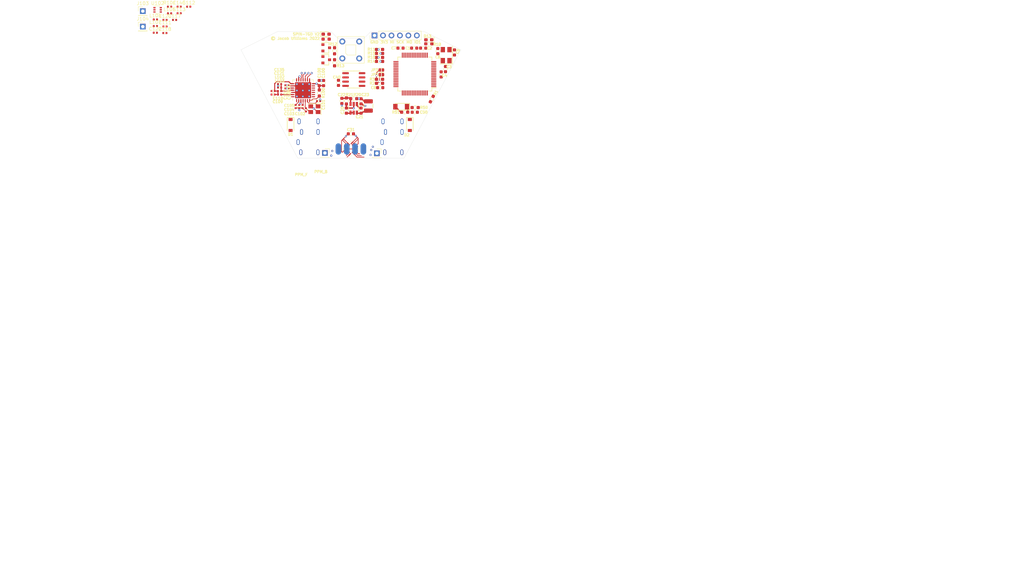
<source format=kicad_pcb>
(kicad_pcb (version 20211014) (generator pcbnew)
  (layers (0 "F.Cu" signal) (1 "In1.Cu" signal) (2 "In2.Cu" signal) (31 "B.Cu" signal) (35 "F.Paste" user) (36 "B.SilkS" user "B.Silkscreen") (37 "F.SilkS" user "F.Silkscreen") (38 "B.Mask" user) (39 "F.Mask" user) (44 "Edge.Cuts" user))
  (net 0 "")
  (net 1 "GND")
  (net 2 "+3V3")
  (net 3 "Net-(C4-Pad2)")
  (net 4 "Net-(C5-Pad2)")
  (net 5 "Net-(C6-Pad2)")
  (net 6 "VDD")
  (net 7 "Net-(C21-Pad2)")
  (net 8 "Net-(C21-Pad1)")
  (net 9 "Net-(C22-Pad2)")
  (net 10 "Net-(C101-Pad2)")
  (net 11 "Net-(C102-Pad2)")
  (net 12 "Net-(C103-Pad1)")
  (net 13 "Net-(C105-Pad1)")
  (net 14 "Net-(C109-Pad2)")
  (net 15 "/sx1276/Antenna")
  (net 16 "Net-(C7-Pad1)")
  (net 17 "Net-(Q11-Pad3)")
  (net 18 "Net-(Q11-Pad1)")
  (net 19 "Net-(Q12-Pad3)")
  (net 20 "Net-(Q12-Pad1)")
  (net 21 "Net-(R1-Pad2)")
  (net 22 "P_MISO")
  (net 23 "P_MOSI")
  (net 24 "/sx1276/RST")
  (net 25 "P_SCK")
  (net 26 "Net-(C8-Pad1)")
  (net 27 "RFO_HF")
  (net 28 "Net-(C111-Pad1)")
  (net 29 "RF1")
  (net 30 "RF2")
  (net 31 "Net-(C120-Pad1)")
  (net 34 "/sx1276/DIO5")
  (net 35 "/sx1276/DIO4")
  (net 36 "/sx1276/DIO3")
  (net 37 "VR_PA")
  (net 38 "SWD_DIO")
  (net 39 "SWD_CLK")
  (net 40 "SNS_VIN")
  (net 41 "Net-(C122-Pad2)")
  (net 42 "Net-(D1-Pad2)")
  (net 43 "Net-(D2-Pad2)")
  (net 44 "Net-(D10-Pad3)")
  (net 45 "Net-(D10-Pad4)")
  (net 46 "Net-(D12-Pad2)")
  (net 47 "/sx1276/DIO2")
  (net 51 "Net-(J2-Pad2)")
  (net 52 "Net-(J2-Pad3)")
  (net 56 "PPM_F")
  (net 57 "PPM_B")
  (net 58 "INT_L")
  (net 59 "CS_M")
  (net 60 "CS_A")
  (net 61 "CS_L")
  (net 62 "USB_RX")
  (net 63 "USB_TX")
  (net 64 "PA_BOOST")
  (net 65 "RFI_HF")
  (net 66 "USB_DP")
  (net 67 "USB_DM")
  (net 68 "LED_BLUE")
  (net 69 "LED_RED")
  (net 70 "RF_MOD")
  (net 99 "/sx1276/DIO1")
  (net 101 "Net-(C117-Pad1)")
  (net 102 "Net-(R18-Pad2)")
  (net 103 "LED_MISC")
  (net 107 "GPIO1")
  (footprint "Capacitor_SMD:C_0603_1608Metric" (layer "F.Cu") (at 19.1875 24.2625)
    (fp_text reference "C50")
    (fp_text value "100nF" hide)
  )
  (footprint "Capacitor_SMD:C_0603_1608Metric" (layer "F.Cu") (at -1.35 23.78 90)
    (fp_text reference "C20")
    (fp_text value "2.2uF" hide)
  )
  (footprint "Capacitor_SMD:C_0603_1608Metric" (layer "F.Cu") (at 3.05 23.78 -90)
    (fp_text reference "C21")
    (fp_text value "100nF" hide)
  )
  (footprint "Capacitor_SMD:C_0603_1608Metric" (layer "F.Cu") (at -2.7125 20.8675 90)
    (fp_text reference "C22")
    (fp_text value "22pF" hide)
  )
  (footprint "Capacitor_SMD:C_0603_1608Metric" (layer "F.Cu") (at 3.05 20.98 -90)
    (fp_text reference "C23")
    (fp_text value "22uF" hide)
  )
  (footprint "Capacitor_SMD:C_0402_1005Metric" (layer "F.Cu") (at -9.694 20.908 180)
    (fp_text reference "C101")
    (fp_text value "15pF" hide)
  )
  (footprint "Capacitor_SMD:C_0402_1005Metric" (layer "F.Cu") (at -13.494 23.552 90)
    (fp_text reference "C102")
    (fp_text value "15pF" hide)
  )
  (footprint "Capacitor_SMD:C_0402_1005Metric" (layer "F.Cu") (at -14.4895 22.559 -90)
    (fp_text reference "C103")
    (fp_text value "100nF" hide)
  )
  (footprint "Capacitor_SMD:C_0402_1005Metric" (layer "F.Cu") (at -15.5055 22.559 -90)
    (fp_text reference "C104")
    (fp_text value "100nF" hide)
  )
  (footprint "Capacitor_SMD:C_0402_1005Metric" (layer "F.Cu") (at -16.585 22.559 -90)
    (fp_text reference "C105")
    (fp_text value "100nF" hide)
  )
  (footprint "Capacitor_SMD:C_0402_1005Metric" (layer "F.Cu") (at -18.7 16.65 90)
    (fp_text reference "C106")
    (fp_text value "47pF" hide)
  )
  (footprint "Capacitor_SMD:C_0402_1005Metric" (layer "F.Cu") (at -19.64 16.64 90)
    (fp_text reference "C107")
    (fp_text value "100nF" hide)
  )
  (footprint "Inductor_SMD:L_1210_3225Metric" (layer "F.Cu") (at 5.2565 22.376 90)
    (fp_text reference "L20" hide)
    (fp_text value "4.7uH" hide)
  )
  (footprint "Package_TO_SOT_SMD:SOT-23" (layer "F.Cu") (at -7.4 4.9)
    (fp_text reference "Q11" hide)
    (fp_text value "AO3401A" hide)
  )
  (footprint "Package_TO_SOT_SMD:SOT-23" (layer "F.Cu") (at -7.4 8.5)
    (fp_text reference "Q12" hide)
    (fp_text value "AO3401A" hide)
  )
  (footprint "Resistor_SMD:R_0603_1608Metric_Pad0.98x0.95mm_HandSolder" (layer "F.Cu") (at 19.3 22.8625 180)
    (fp_text reference "R50")
    (fp_text value "15K" hide)
  )
  (footprint "Resistor_SMD:R_0603_1608Metric_Pad0.98x0.95mm_HandSolder" (layer "F.Cu") (at 16.15 24.25 180)
    (fp_text reference "R51")
    (fp_text value "2K2" hide)
  )
  (footprint "Resistor_SMD:R_0603_1608Metric_Pad0.98x0.95mm_HandSolder" (layer "F.Cu") (at 8.6 7.8 180)
    (fp_text reference "R10")
    (fp_text value "1K" hide)
  )
  (footprint "Resistor_SMD:R_0603_1608Metric_Pad0.98x0.95mm_HandSolder" (layer "F.Cu") (at 8.6 5.4 180)
    (fp_text reference "R11")
    (fp_text value "1K" hide)
  )
  (footprint "Resistor_SMD:R_0603_1608Metric_Pad0.98x0.95mm_HandSolder" (layer "F.Cu") (at -4.9 5.8 -90)
    (fp_text reference "R12")
    (fp_text value "10R" hide)
  )
  (footprint "Resistor_SMD:R_0603_1608Metric_Pad0.98x0.95mm_HandSolder" (layer "F.Cu") (at -4.9 9.4 -90)
    (fp_text reference "R13")
    (fp_text value "22R" hide)
  )
  (footprint "Resistor_SMD:R_0603_1608Metric_Pad0.98x0.95mm_HandSolder" (layer "F.Cu") (at 0.85 20.18 180)
    (fp_text reference "R20")
    (fp_text value "10K" hide)
  )
  (footprint "Resistor_SMD:R_0603_1608Metric_Pad0.98x0.95mm_HandSolder" (layer "F.Cu") (at -1.35 20.88 -90)
    (fp_text reference "R21")
    (fp_text value "2K2" hide)
  )
  (footprint "Resistor_SMD:R_0603_1608Metric_Pad0.98x0.95mm_HandSolder" (layer "F.Cu") (at -9.473 18.495 -90)
    (fp_text reference "R100")
    (fp_text value "10K" hide)
  )
  (footprint "Package_TO_SOT_SMD:TSOT-23-6" (layer "F.Cu") (at 0.85 23.08 -90)
    (fp_text reference "U20" hide)
    (fp_text value "SY8253ADC" hide)
  )
  (footprint "lib_fp:TGD-TFLGA-16_3x3mm" (layer "F.Cu") (at 0 35.2 45)
    (fp_text reference "U30" hide)
    (fp_text value "H3LIS331DL" hide)
  )
  (footprint "lib_fp:TGD-QFN-28-1EP_6x6mm_P0.65mm_EP4.8x4.8mm" (layer "F.Cu") (at -14.35 17.65 90)
    (fp_text reference "U100")
    (fp_text value "SX1276" hide)
  )
  (footprint "Crystal:Crystal_SMD_3225-4Pin_3.2x2.5mm" (layer "F.Cu") (at -10.95 23.35 180)
    (fp_text reference "U101" hide)
    (fp_text value "Crystal_GND24" hide)
  )
  (footprint "lib_fp:R50RB2-F-0160" (layer "F.Cu") (at 0 5.5 -90)
    (fp_text reference "D10" hide)
    (fp_text value "R50RB2-F-0160" hide)
  )
  (footprint "Capacitor_SMD:C_0402_1005Metric" (layer "F.Cu") (at -55.84 0.47)
    (fp_text reference "C118")
    (fp_text value "47pF")
  )
  (footprint "Resistor_SMD:R_0603_1608Metric_Pad0.98x0.95mm_HandSolder" (layer "F.Cu") (at 24.3 20.3 -117)
    (fp_text reference "R1")
    (fp_text value "10K" hide)
  )
  (footprint "" (layer "F.Cu") (at 5 28)
    (fp_text reference "")
    (fp_text value "")
  )
  (footprint "Capacitor_SMD:C_0603_1608Metric" (layer "F.Cu") (at -9.5 15.5 90)
    (fp_text reference "C108")
    (fp_text value "100nF" hide)
  )
  (footprint "Crystal:Crystal_SMD_5032-4Pin_5.0x3.2mm" (layer "F.Cu") (at 28.6 7.1 90)
    (fp_text reference "U2" hide)
    (fp_text value "Crystal_GND24" hide)
  )
  (footprint "Capacitor_SMD:C_0402_1005Metric" (layer "F.Cu") (at -23.35 17.9 180)
    (fp_text reference "C110")
    (fp_text value "8.2pF" hide)
  )
  (footprint "Capacitor_SMD:C_0402_1005Metric" (layer "F.Cu") (at -52.93 -3.47)
    (fp_text reference "C117")
    (fp_text value "3.3pF")
  )
  (footprint "Capacitor_SMD:C_0603_1608Metric" (layer "F.Cu") (at 31.1 6.3 -90)
    (fp_text reference "C5")
    (fp_text value "15pF" hide)
  )
  (footprint "Resistor_SMD:R_0603_1608Metric_Pad0.98x0.95mm_HandSolder" (layer "F.Cu") (at -7.425 2.3)
    (fp_text reference "R17" hide)
    (fp_text value "1K" hide)
  )
  (footprint "Diode_SMD:D_SOD-123" (layer "F.Cu") (at 17.7 28.1 -90)
    (fp_text reference "D2")
    (fp_text value "B5819W" hide)
  )
  (footprint "Capacitor_SMD:C_0603_1608Metric" (layer "F.Cu") (at 28.4 11.3 -90)
    (fp_text reference "C3")
    (fp_text value "100nF" hide)
  )
  (footprint "Capacitor_SMD:C_0603_1608Metric" (layer "F.Cu") (at 26.1 5.9 90)
    (fp_text reference "C6")
    (fp_text value "15pF" hide)
  )
  (footprint "Connector_PinSocket_2.54mm:PinSocket_1x01_P2.54mm_Vertical" (layer "F.Cu") (at 7.8 36.6)
    (fp_text reference "J5" hide)
    (fp_text value "Conn_01x01" hide)
  )
  (footprint "Connector_PinSocket_2.54mm:PinSocket_1x01_P2.54mm_Vertical" (layer "F.Cu") (at -7.8 36.5)
    (fp_text reference "J4" hide)
    (fp_text value "Conn_01x01" hide)
  )
  (footprint "Connector_PinHeader_2.54mm:PinHeader_1x01_P2.54mm_Vertical" (layer "F.Cu") (at -62.47 -6.11)
    (fp_text reference "J103")
    (fp_text value "Conn_01x01_Female")
  )
  (footprint "Capacitor_SMD:C_0402_1005Metric" (layer "F.Cu") (at -51.55 -7.45)
    (fp_text reference "C145")
    (fp_text value "1nF")
  )
  (footprint "lib_fp:G-Switch-ST-TRRS" (layer "F.Cu") (at 12.6 38 90)
    (fp_text reference "J2" hide)
    (fp_text value "G-Switch-ST-0322" hide)
  )
  (footprint "Package_SO:SOIC-8_3.9x4.9mm_P1.27mm" (layer "F.Cu") (at 0.875 14.435)
    (fp_text reference "U40" hide)
    (fp_text value "LE25U40CMD" hide)
  )
  (footprint "Capacitor_SMD:C_0402_1005Metric" (layer "F.Cu") (at -23.35 18.95 180)
    (fp_text reference "C109")
    (fp_text value "22pF" hide)
  )
  (footprint "Inductor_SMD:L_0402_1005Metric" (layer "F.Cu") (at -58.69 -3.59)
    (fp_text reference "L104")
    (fp_text value "5.6nH")
  )
  (footprint "Capacitor_SMD:C_0603_1608Metric" (layer "F.Cu") (at -3.725 15.435 -90)
    (fp_text reference "C40")
    (fp_text value "100nF" hide)
  )
  (footprint "Connector_PinHeader_2.54mm:PinHeader_1x06_P2.54mm_Vertical" (layer "F.Cu") (at 7.1 1.2 90)
    (fp_text reference "J6" hide)
    (fp_text value "Conn_01x06" hide)
  )
  (footprint "Diode_SMD:D_SOD-123" (layer "F.Cu") (at -18.1 28.1 -90)
    (fp_text reference "D1")
    (fp_text value "B5819W" hide)
  )
  (footprint "Capacitor_SMD:C_0402_1005Metric" (layer "F.Cu") (at -51.55 -5.48)
    (fp_text reference "C113")
    (fp_text value "3.3pF")
  )
  (footprint "Resistor_SMD:R_0402_1005Metric" (layer "F.Cu") (at -54.44 -7.44)
    (fp_text reference "R101")
    (fp_text value "1K")
  )
  (footprint "Inductor_SMD:L_0402_1005Metric" (layer "F.Cu") (at -54.44 -5.45)
    (fp_text reference "L105")
    (fp_text value "4.7nH")
  )
  (footprint "Capacitor_SMD:C_0603_1608Metric" (layer "F.Cu") (at 19 5 180)
    (fp_text reference "C1")
    (fp_text value "2.2uF" hide)
  )
  (footprint "Resistor_SMD:R_0603_1608Metric_Pad0.98x0.95mm_HandSolder" (layer "F.Cu") (at 8.6 6.6 180)
    (fp_text reference "R15")
    (fp_text value "10K" hide)
  )
  (footprint "Diode_SMD:D_MiniMELF" (layer "F.Cu") (at 15.1 22.6 180)
    (fp_text reference "D50" hide)
    (fp_text value "ZMM3V3" hide)
  )
  (footprint "Inductor_SMD:L_0402_1005Metric" (layer "F.Cu") (at -21.42 17.9)
    (fp_text reference "L102")
    (fp_text value "33nH" hide)
  )
  (footprint "Resistor_SMD:R_0603_1608Metric_Pad0.98x0.95mm_HandSolder" (layer "F.Cu") (at 8.6 14.375)
    (fp_text reference "R3")
    (fp_text value "22R" hide)
  )
  (footprint "lib_fp:TGD_SolderJumper" (layer "F.Cu") (at 9.15 11.575)
    (fp_text reference "JP3")
    (fp_text value "SolderJumper_2_Open" hide)
  )
  (footprint "Capacitor_SMD:C_0402_1005Metric" (layer "F.Cu") (at -55.8 -1.5)
    (fp_text reference "C111")
    (fp_text value "8.2pF")
  )
  (footprint "Capacitor_SMD:C_0603_1608Metric" (layer "F.Cu") (at 27.1 12.9 -90)
    (fp_text reference "C4")
    (fp_text value "100nF" hide)
  )
  (footprint "Resistor_SMD:R_0603_1608Metric_Pad0.98x0.95mm_HandSolder" (layer "F.Cu") (at 23.4 3.7 180)
    (fp_text reference "R18")
    (fp_text value "1K" hide)
  )
  (footprint "Resistor_SMD:R_0603_1608Metric_Pad0.98x0.95mm_HandSolder" (layer "F.Cu") (at 8.6 15.575 180)
    (fp_text reference "R2")
    (fp_text value "22R" hide)
  )
  (footprint "Connector_PinHeader_2.54mm:PinHeader_1x01_P2.54mm_Vertical" (layer "F.Cu") (at -62.47 -1.46)
    (fp_text reference "J104")
    (fp_text value "Conn_01x01_Female")
  )
  (footprint "LED_SMD:LED_0603_1608Metric_Pad1.05x0.95mm_HandSolder" (layer "F.Cu") (at -7.425 0.8)
    (fp_text reference "D12" hide)
    (fp_text value "LED_3V3" hide)
  )
  (footprint "lib_fp:TGD_SolderJumper" (layer "F.Cu") (at 9.15 12.975)
    (fp_text reference "JP2")
    (fp_text value "SolderJumper_2_Open" hide)
  )
  (footprint "LED_SMD:LED_0603_1608Metric_Pad1.05x0.95mm_HandSolder" (layer "F.Cu") (at 23.4 2.5 180)
    (fp_text reference "D13")
    (fp_text value "LED_MISC" hide)
  )
  (footprint "Capacitor_SMD:C_0603_1608Metric" (layer "F.Cu") (at 8.8 16.875 180)
    (fp_text reference "C8")
    (fp_text value "2.2uF" hide)
  )
  (footprint "Resistor_SMD:R_0603_1608Metric_Pad0.98x0.95mm_HandSolder" (layer "F.Cu") (at 8.6 9 180)
    (fp_text reference "R14")
    (fp_text value "10K" hide)
  )
  (footprint "Capacitor_SMD:C_0402_1005Metric" (layer "F.Cu") (at -48.68 -7.45)
    (fp_text reference "C112")
    (fp_text value "1.5pF")
  )
  (footprint "Capacitor_SMD:C_0402_1005Metric" (layer "F.Cu") (at -55.8 -3.47)
    (fp_text reference "C120")
    (fp_text value "47pF")
  )
  (footprint "Inductor_SMD:L_0402_1005Metric" (layer "F.Cu") (at -21.4 18.95 180)
    (fp_text reference "L103")
    (fp_text value "2.2nH" hide)
  )
  (footprint "Capacitor_SMD:C_0402_1005Metric" (layer "F.Cu") (at -21.4 16.85 180)
    (fp_text reference "C121")
    (fp_text value "47pF" hide)
  )
  (footprint "Capacitor_SMD:C_0603_1608Metric" (layer "F.Cu") (at 21.7 5)
    (fp_text reference "C2")
    (fp_text value "100nF" hide)
  )
  (footprint "Capacitor_SMD:C_0402_1005Metric" (layer "F.Cu") (at -21.4 15.8 180)
    (fp_text reference "C135")
    (fp_text value "100nF" hide)
  )
  (footprint "lib_fp:G-Switch-ST-TRRS" (layer "F.Cu") (at -12.6 38 90)
    (fp_text reference "J1" hide)
    (fp_text value "G-Switch-ST-0322" hide)
  )
  (footprint "Package_QFP:LQFP-64_10x10mm_P0.5mm" (layer "F.Cu") (at 19.2 12.8 180)
    (fp_text reference "U1" hide)
    (fp_text value "STM32F405RGTx" hide)
  )
  (footprint "Capacitor_SMD:C_0603_1608Metric" (layer "F.Cu") (at 14.9 5 180)
    (fp_text reference "C7")
    (fp_text value "2.2uF" hide)
  )
  (footprint "Package_TO_SOT_SMD:SOT-363_SC-70-6" (layer "F.Cu") (at -58.02 -6.51)
    (fp_text reference "U102")
    (fp_text value "PE4259")
  )
  (footprint "Capacitor_SMD:C_0603_1608Metric" (layer "F.Cu") (at 0 30.75)
    (fp_text reference "C31")
    (fp_text value "100nF" hide)
  )
  (footprint "" (layer "F.Cu") (at -5 28)
    (fp_text reference "")
    (fp_text value "")
  )
  (footprint "Capacitor_SMD:C_0402_1005Metric" (layer "F.Cu") (at -58.71 0.38)
    (fp_text reference "C122")
    (fp_text value "1nF")
  )
  (footprint "Capacitor_SMD:C_0603_1608Metric" (layer "F.Cu") (at -8.2 15.5 90)
    (fp_text reference "C100")
    (fp_text value "2.2uF" hide)
  )
  (footprint "Inductor_SMD:L_0402_1005Metric" (layer "F.Cu") (at -58.69 -1.6)
    (fp_text reference "L107")
    (fp_text value "10nH")
  )
  (footprint "Connector_PinSocket_2.54mm:PinSocket_1x04_P2.54mm_Vertical" (layer "B.Cu") (at 0 35.3 -90)
    (fp_text reference "J3" hide)
    (fp_text value "orange_red red_black" hide)
  )
  (gr_line (start -3.084 9.472) (end -3.884 8.672) (layer "F.SilkS") (width 0.12))
  (gr_line (start 16 38) (end 33 5.5) (layer "Edge.Cuts") (width 0.05))
  (gr_line (start -16 38) (end 0 38) (layer "Edge.Cuts") (width 0.05))
  (gr_line (start 0 2) (end -4 2) (layer "Edge.Cuts") (width 0.05))
  (gr_line (start 6 0) (end 4 2) (layer "Edge.Cuts") (width 0.05))
  (gr_line (start -22 0) (end -33 5.5) (layer "Edge.Cuts") (width 0.05))
  (gr_line (start 0 38) (end 16 38) (layer "Edge.Cuts") (width 0.05))
  (gr_line (start 4 2) (end 0 2) (layer "Edge.Cuts") (width 0.05))
  (gr_line (start -33 5.5) (end -16 38) (layer "Edge.Cuts") (width 0.05))
  (gr_line (start 22 0) (end 6 0) (layer "Edge.Cuts") (width 0.05))
  (gr_line (start 33 5.5) (end 22 0) (layer "Edge.Cuts") (width 0.05))
  (gr_line (start -6 0) (end -22 0) (layer "Edge.Cuts") (width 0.05))
  (gr_line (start -4 2) (end -6 0) (layer "Edge.Cuts") (width 0.05))
  (gr_text "PPM_B" (at -9 42.15) (layer "F.SilkS") (effects (font (size 0.8 0.8) (thickness 0.2))))
  (gr_text "© Jacob Williams 2022" (at -16.7 2.1) (layer "F.SilkS") (effects (font (size 0.8 0.8) (thickness 0.2))))
  (gr_text "MI" (at 12.384761 3.2) (layer "F.SilkS") (effects (font (size 0.8 0.8) (thickness 0.2))))
  (gr_text "MO" (at 17.539045 3.2) (layer "F.SilkS") (effects (font (size 0.8 0.8) (thickness 0.2))))
  (gr_text "PPM_F" (at -14.9 43) (layer "F.SilkS") (effects (font (size 0.8 0.8) (thickness 0.2))))
  (gr_text "IO1\n" (at 20.04 3.2) (layer "F.SilkS") (effects (font (size 0.8 0.8) (thickness 0.2))))
  (gr_text "3V3" (at 9.998095 3.2) (layer "F.SilkS") (effects (font (size 0.8 0.8) (thickness 0.2))))
  (gr_text "SPIN-TGD V2" (at -13.4 0.8) (layer "F.SilkS") (effects (font (size 0.8 0.8) (thickness 0.2))))
  (gr_text "GND" (at 7.04 3.2) (layer "F.SilkS") (effects (font (size 0.8 0.8) (thickness 0.2))))
  (gr_text "SCK" (at 14.847617 3.2) (layer "F.SilkS") (effects (font (size 0.8 0.8) (thickness 0.2))))
  (segment (start -15.4205 22.982) (end -15.474 22.982) (width 0.2032) (layer "F.Cu") (net 1))
  (segment (start -0.607107 35.3) (end 0.607107 35.3) (width 0.2032) (layer "F.Cu") (net 1))
  (segment (start 4.3125 22.355) (end 3.9125 22.355) (width 0.4064) (layer "F.Cu") (net 1))
  (segment (start 1.5 31.4) (end 0.85 30.75) (width 0.2032) (layer "F.Cu") (net 1))
  (segment (start -16.474 22.962) (end -16.494 22.982) (width 0.2032) (layer "F.Cu") (net 1))
  (segment (start 3.9125 22.355) (end 3.3125 21.755) (width 0.4064) (layer "F.Cu") (net 1))
  (segment (start 1.85 31.75) (end 1.8 31.7) (width 0.2032) (layer "F.Cu") (net 1))
  (segment (start -17.3375 18.3) (end -15 18.3) (width 0.3048) (layer "F.Cu") (net 1))
  (segment (start -12.4 14.55) (end -12.4 15.707) (width 0.3048) (layer "F.Cu") (net 1))
  (segment (start -13.494 24.032) (end -14.4895 23.039) (width 0.2032) (layer "F.Cu") (net 1))
  (segment (start 0.85 23.08) (end 0.85 21.77) (width 0.4064) (layer "F.Cu") (net 1))
  (segment (start 3.3125 21.755) (end 3.05 21.755) (width 0.4064) (layer "F.Cu") (net 1))
  (segment (start -9.219 20.903) (end -9.214 20.908) (width 0.2032) (layer "F.Cu") (net 1))
  (segment (start -12.4 15.7) (end -14.35 17.65) (width 0.4064) (layer "F.Cu") (net 1))
  (segment (start -12.4 15.707) (end -12.521 15.828) (width 0.3048) (layer "F.Cu") (net 1))
  (segment (start 15 24.25) (end 13.35 22.6) (width 0.4064) (layer "F.Cu") (net 1))
  (segment (start -1.35 23.005) (end -1.35 21.7925) (width 0.4064) (layer "F.Cu") (net 1))
  (segment (start -18.7 16.17) (end -18.505 16.17) (width 0.3048) (layer "F.Cu") (net 1))
  (segment (start -9.219 20.4635) (end -9.219 20.903) (width 0.2032) (layer "F.Cu") (net 1))
  (segment (start 15.375 24.3875) (end 15.2375 24.25) (width 0.3048) (layer "F.Cu") (net 1))
  (segment (start 1.8 31.7) (end 1.5 31.4) (width 0.2032) (layer "F.Cu") (net 1))
  (segment (start -1.378858 34.528249) (end -0.607107 35.3) (width 0.2032) (layer "F.Cu") (net 1))
  (segment (start -16.726 16.35) (end -16.775 16.35) (width 0.3048) (layer "F.Cu") (net 1))
  (segment (start 0.607107 35.3) (end 1.378858 34.528249) (width 0.2032) (layer "F.Cu") (net 1))
  (segment (start -14.494 22.982) (end -15.4205 22.982) (width 0.2032) (layer "F.Cu") (net 1))
  (segment (start 2.2 32.1) (end 1.8 31.7) (width 0.2032) (layer "F.Cu") (net 1))
  (segment (start -19.6 16.17) (end -18.7 16.17) (width 0.3048) (layer "F.Cu") (net 1))
  (segment (start -18.325 16.35) (end -17.45 16.35) (width 0.3048) (layer "F.Cu") (net 1))
  (segment (start 0.318198 33.467588) (end 0.332412 33.467588) (width 0.2032) (layer "F.Cu") (net 1))
  (segment (start -1.35 23.005) (end 0.775 23.005) (width 0.4064) (layer "F.Cu") (net 1))
  (segment (start 0.775 23.005) (end 0.85 23.08) (width 0.4064) (layer "F.Cu") (net 1))
  (segment (start -15.5055 22.9735) (end -15.494 22.962) (width 0.2032) (layer "F.Cu") (net 1))
  (segment (start -18.505 16.17) (end -18.325 16.35) (width 0.3048) (layer "F.Cu") (net 1))
  (segment (start -15.65 16.35) (end -14.35 17.65) (width 0.2032) (layer "F.Cu") (net 1))
  (segment (start -8.85 14.725) (end -9.5 14.725) (width 0.3048) (layer "F.Cu") (net 1))
  (segment (start 15.2375 24.25) (end 15 24.25) (width 0.4064) (layer "F.Cu") (net 1))
  (segment (start 0.332412 33.467588) (end 1.85 31.95) (width 0.2032) (layer "F.Cu") (net 1))
  (segment (start 0.671751 33.821142) (end 0.678858 33.821142) (width 0.2032) (layer "F.Cu") (net 1))
  (segment (start 2.2 32.3) (end 2.2 32.1) (width 0.2032) (layer "F.Cu") (net 1))
  (segment (start 20.1 24.4) (end 19.9625 24.2625) (width 0.2032) (layer "F.Cu") (net 1))
  (segment (start 0.85 30.75) (end 0.775 30.75) (width 0.2032) (layer "F.Cu") (net 1))
  (segment (start -15.494 22.962) (end -16.474 22.962) (width 0.2032) (layer "F.Cu") (net 1))
  (segment (start -15.5055 23.3845) (end -15.5055 22.9735) (width 0.2032) (layer "F.Cu") (net 1))
  (segment (start 0.85 21.77) (end 0.85 21.794722) (width 0.4064) (layer "F.Cu") (net 1))
  (segment (start -8.2 14.725) (end -8.85 14.725) (width 0.3048) (layer "F.Cu") (net 1))
  (segment (start -15 18.3) (end -14.35 17.65) (width 0.3048) (layer "F.Cu") (net 1))
  (segment (start 0.678858 33.821142) (end 2.2 32.3) (width 0.2032) (layer "F.Cu") (net 1))
  (segment (start -1.135786 37.75) (end -0.318198 36.932412) (width 0.2032) (layer "F.Cu") (net 1))
  (segment (start -16.775 16.35) (end -17.45 16.35) (width 0.3048) (layer "F.Cu") (net 1))
  (segment (start -0.318198 36.932412) (end -0.332412 36.932412) (width 0.2032) (layer "F.Cu") (net 1))
  (segment (start -15.474 22.982) (end -15.494 22.962) (width 0.2032) (layer "F.Cu") (net 1))
  (segment (start -10.148 24.102) (end -11.848 22.402) (width 0.2032) (layer "F.Cu") (net 1))
  (segment (start 1.378858 34.528249) (end 2.2 33.707107) (width 0.2032) (layer "F.Cu") (net 1))
  (segment (start -16.20675 18.3) (end -17.39325 18.3) (width 0.2032) (layer "F.Cu") (net 1))
  (segment (start 1.85 31.95) (end 1.85 31.75) (width 0.2032) (layer "F.Cu") (net 1))
  (segment (start 2.2 33.707107) (end 2.2 32.1) (width 0.2032) (layer "F.Cu") (net 1))
  (segment (start -9.894 24.102) (end -10.148 24.102) (width 0.2032) (layer "F.Cu") (net 1))
  (segment (start -21.88 16.85) (end -21.88 16.33) (width 0.3048) (layer "F.Cu") (net 1))
  (segment (start -11.848 22.402) (end -12.094 22.402) (width 0.2032) (layer "F.Cu") (net 1))
  (segment (start -21.88 16.33) (end -21.88 15.8) (width 0.3048) (layer "F.Cu") (net 1))
  (segment (start -16.204 15.828) (end -16.726 16.35) (width 0.3048) (layer "F.Cu") (net 1))
  (via (at -14.426 15.828) (size 0.6096) (drill 0.3048) (layers "F.Cu" "B.Cu") (net 1))
  (via (at -5.9 37.3) (size 0.6096) (drill 0.3048) (layers "F.Cu" "B.Cu") (net 1))
  (via (at -9.219 20.4635) (size 0.6096) (drill 0.3048) (layers "F.Cu" "B.Cu") (net 1))
  (via (at -12.521 19.511) (size 0.6096) (drill 0.3048) (layers "F.Cu" "B.Cu") (net 1))
  (via (at -11.1 23.15) (size 0.6096) (drill 0.3048) (layers "F.Cu" "B.Cu") (net 1))
  (via (at -14.426 17.733) (size 0.6096) (drill 0.3048) (layers "F.Cu" "B.Cu") (net 1))
  (via (at -14.426 19.511) (size 0.6096) (drill 0.3048) (layers "F.Cu" "B.Cu") (net 1))
  (via (at -8.85 14.725) (size 0.6096) (drill 0.3048) (layers "F.Cu" "B.Cu") (net 1))
  (via (at 1.5 31.4) (size 0.6096) (drill 0.3048) (layers "F.Cu" "B.Cu") (net 1))
  (via (at -15.5 23.6) (size 0.6096) (drill 0.3048) (layers "F.Cu" "B.Cu") (net 1))
  (via (at -16.204 19.511) (size 0.6096) (drill 0.3048) (layers "F.Cu" "B.Cu") (net 1))
  (via (at -16.204 15.828) (size 0.6096) (drill 0.3048) (layers "F.Cu" "B.Cu") (net 1))
  (via (at 0.85 23.08) (size 0.6096) (drill 0.3048) (layers "F.Cu" "B.Cu") (net 1))
  (via (at -21.88 16.33) (size 0.6096) (drill 0.3048) (layers "F.Cu" "B.Cu") (net 1))
  (via (at -16.204 17.733) (size 0.6096) (drill 0.3048) (layers "F.Cu" "B.Cu") (net 1))
  (via (at -19.18 16.18) (size 0.6096) (drill 0.3048) (layers "F.Cu" "B.Cu") (net 1))
  (via (at 4.3125 22.355) (size 0.6096) (drill 0.3048) (layers "F.Cu" "B.Cu") (net 1))
  (via (at -12.521 15.828) (size 0.6096) (drill 0.3048) (layers "F.Cu" "B.Cu") (net 1))
  (via (at -12.521 17.733) (size 0.6096) (drill 0.3048) (layers "F.Cu" "B.Cu") (net 1))
  (segment (start 3.05 20.205) (end 3.05 20.205) (width 0.4064) (layer "F.Cu") (net 2))
  (segment (start 3.05 20.205) (end 3.23125 20.205) (width 0.4064) (layer "F.Cu") (net 2))
  (segment (start -18.57 17) (end -18.7 17.13) (width 0.3048) (layer "F.Cu") (net 2))
  (segment (start -1.703554 32.796446) (end -2.1 32.4) (width 0.2032) (layer "F.Cu") (net 2))
  (segment (start 2.4375 20.18) (end 3.025 20.18) (width 0.4064) (layer "F.Cu") (net 2))
  (segment (start -2.4125 32.3875) (end -2.8 32.775) (width 0.2032) (layer "F.Cu") (net 2))
  (segment (start -2.464214 36.25) (end -1.732412 35.518198) (width 0.2032) (layer "F.Cu") (net 2))
  (segment (start -15 21.5735) (end -15 20.75) (width 0.3048) (layer "F.Cu") (net 2))
  (segment (start -2.6875 21.6675) (end -2.7125 21.6425) (width 0.3048) (layer "F.Cu") (net 2))
  (segment (start -9.494 16.906) (end -9.5 16.9) (width 0.3048) (layer "F.Cu") (net 2))
  (segment (start -2.8 36.1) (end -2.65 36.25) (width 0.2032) (layer "F.Cu") (net 2))
  (segment (start -2.1125 32.0875) (end -1.75 31.725) (width 0.2032) (layer "F.Cu") (net 2))
  (segment (start 3.23125 20.205) (end 4.00225 20.976) (width 0.4064) (layer "F.Cu") (net 2))
  (segment (start -1.696446 32.796446) (end -1.75 32.742893) (width 0.2032) (layer "F.Cu") (net 2))
  (segment (start 3.025 20.18) (end 3.05 20.205) (width 0.4064) (layer "F.Cu") (net 2))
  (segment (start -9.5 17.5555) (end -9.473 17.5825) (width 0.3048) (layer "F.Cu") (net 2))
  (segment (start -9.494 16.906) (end -9.494 17.7395) (width 0.2032) (layer "F.Cu") (net 2))
  (segment (start -10.325 15.7) (end -11.3625 15.7) (width 0.3048) (layer "F.Cu") (net 2))
  (segment (start -1.75 31.725) (end -1.4625 31.4375) (width 0.2032) (layer "F.Cu") (net 2))
  (segment (start -10.075 15.7) (end -10.325 15.7) (width 0.3048) (layer "F.Cu") (net 2))
  (segment (start -0.671751 33.821142) (end -1.696446 32.796446) (width 0.2032) (layer "F.Cu") (net 2))
  (segment (start -2.6875 22.255) (end -2.6875 21.6675) (width 0.3048) (layer "F.Cu") (net 2))
  (segment (start -17.45 17) (end -18.57 17) (width 0.3048) (layer "F.Cu") (net 2))
  (segment (start 4.00225 20.976) (end 5.2565 20.976) (width 0.4064) (layer "F.Cu") (net 2))
  (segment (start -18.7 17.13) (end -19.28 17.13) (width 0.3048) (layer "F.Cu") (net 2))
  (segment (start 1.625 20.0425) (end 1.7625 20.18) (width 0.4064) (layer "F.Cu") (net 2))
  (segment (start -2.1 32.1) (end -2.1125 32.0875) (width 0.2032) (layer "F.Cu") (net 2))
  (segment (start -2.4125 32.3875) (end -2.1125 32.0875) (width 0.2032) (layer "F.Cu") (net 2))
  (segment (start -1.696446 32.796446) (end -1.703554 32.796446) (width 0.2032) (layer "F.Cu") (net 2))
  (segment (start -2.4 32.4) (end -2.4125 32.3875) (width 0.2032) (layer "F.Cu") (net 2))
  (segment (start -15 20.6375) (end -15 21.325) (width 0.3048) (layer "F.Cu") (net 2))
  (segment (start -9.5 16.9) (end -9.5 16.275) (width 0.3048) (layer "F.Cu") (net 2))
  (segment (start -2.8 32.775) (end -2.8 36.1) (width 0.2032) (layer "F.Cu") (net 2))
  (segment (start 1.7625 20.18) (end 2.4375 20.18) (width 0.4064) (layer "F.Cu") (net 2))
  (segment (start -9.5 16.275) (end -10.075 15.7) (width 0.3048) (layer "F.Cu") (net 2))
  (segment (start -2.4 32.8) (end -2.4 32.4) (width 0.2032) (layer "F.Cu") (net 2))
  (segment (start -8.2 16.275) (end -9.5 16.275) (width 0.3048) (layer "F.Cu") (net 2))
  (segment (start -2.1 32.4) (end -2.1 32.1) (width 0.2032) (layer "F.Cu") (net 2))
  (segment (start -9.5 16.275) (end -9.5 17.5555) (width 0.3048) (layer "F.Cu") (net 2))
  (segment (start -15.5055 22.079) (end -15 21.5735) (width 0.3048) (layer "F.Cu") (net 2))
  (segment (start -19.28 17.13) (end -19.6 17.13) (width 0.3048) (layer "F.Cu") (net 2))
  (segment (start -2.65 36.25) (end -2.464214 36.25) (width 0.2032) (layer "F.Cu") (net 2))
  (segment (start -1.4625 31.4375) (end -0.775 30.75) (width 0.2032) (layer "F.Cu") (net 2))
  (segment (start -1.025305 34.174695) (end -2.4 32.8) (width 0.2032) (layer "F.Cu") (net 2))
  (via (at -2.6875 22.255) (size 0.6096) (drill 0.3048) (layers "F.Cu" "B.Cu") (net 2))
  (via (at 8.9 9) (size 0.6096) (drill 0.3048) (layers "F.Cu" "B.Cu") (net 2))
  (via (at -15.25 21.65) (size 0.6096) (drill 0.3048) (layers "F.Cu" "B.Cu") (net 2))
  (via (at -10.325 15.7) (size 0.6096) (drill 0.3048) (layers "F.Cu" "B.Cu") (net 2))
  (via (at 2.4375 20.18) (size 0.6096) (drill 0.3048) (layers "F.Cu" "B.Cu") (net 2))
  (via (at -19.16 17.13) (size 0.6096) (drill 0.3048) (layers "F.Cu" "B.Cu") (net 2))
  (via (at 8.9 6.6) (size 0.6096) (drill 0.3048) (layers "F.Cu" "B.Cu") (net 2))
  (via (at -1.4625 31.4375) (size 0.6096) (drill 0.3048) (layers "F.Cu" "B.Cu") (net 2))
  (segment (start -0.265 24.57) (end -0.1 24.405) (width 0.4064) (layer "F.Cu") (net 6))
  (segment (start -1.35 24.57) (end -0.265 24.57) (width 0.4064) (layer "F.Cu") (net 6))
  (segment (start -0.1 24.405) (end 0.85 24.405) (width 0.4064) (layer "F.Cu") (net 6))
  (segment (start 3.669 24.154) (end 4.8785 24.154) (width 0.4064) (layer "F.Cu") (net 7))
  (segment (start 1.965 24.57) (end 1.8 24.405) (width 0.4064) (layer "F.Cu") (net 7))
  (segment (start 3.125 24.495) (end 3.05 24.57) (width 0.4064) (layer "F.Cu") (net 7))
  (segment (start 3.05 24.57) (end 3.268 24.57) (width 0.4064) (layer "F.Cu") (net 7))
  (segment (start 3.268 24.555) (end 3.669 24.154) (width 0.4064) (layer "F.Cu") (net 7))
  (segment (start 4.8785 24.154) (end 5.2565 23.776) (width 0.4064) (layer "F.Cu") (net 7))
  (segment (start 3.05 24.57) (end 1.965 24.57) (width 0.4064) (layer "F.Cu") (net 7))
  (segment (start 2.575 23.005) (end 1.8 22.23) (width 0.4064) (layer "F.Cu") (net 8))
  (segment (start 3.05 23.005) (end 2.575 23.005) (width 0.4064) (layer "F.Cu") (net 8))
  (segment (start 1.8 22.23) (end 1.8 21.77) (width 0.4064) (layer "F.Cu") (net 8))
  (segment (start -0.1 21.77) (end -0.1 20.2175) (width 0.4064) (layer "F.Cu") (net 9))
  (segment (start -1.35 19.9675) (end -0.275 19.9675) (width 0.4064) (layer "F.Cu") (net 9))
  (segment (start -1.475 20.0925) (end -1.35 19.9675) (width 0.3048) (layer "F.Cu") (net 9))
  (segment (start -0.1 20.2175) (end -0.0625 20.18) (width 0.4064) (layer "F.Cu") (net 9))
  (segment (start -2.7125 20.0925) (end -1.475 20.0925) (width 0.4064) (layer "F.Cu") (net 9))
  (segment (start -0.275 19.9675) (end -0.0625 20.18) (width 0.4064) (layer "F.Cu") (net 9))
  (segment (start -13.05 21.131914) (end -12.583914 21.598) (width 0.2032) (layer "F.Cu") (net 10))
  (segment (start -10.174 21.074) (end -10.174 20.908) (width 0.2032) (layer "F.Cu") (net 10))
  (segment (start -13.05 20.75) (end -13.05 21.131914) (width 0.2032) (layer "F.Cu") (net 10))
  (segment (start -13.05 21.019414) (end -13.05 20.6375) (width 0.2032) (layer "F.Cu") (net 10))
  (segment (start -10.698 21.598) (end -10.174 21.074) (width 0.2032) (layer "F.Cu") (net 10))
  (segment (start -9.894 22.402) (end -10.398 21.898) (width 0.2032) (layer "F.Cu") (net 10))
  (segment (start -10.698 21.598) (end -10.398 21.898) (width 0.2032) (layer "F.Cu") (net 10))
  (segment (start -12.583914 21.598) (end -10.698 21.598) (width 0.2032) (layer "F.Cu") (net 10))
  (segment (start -13.7 20.6375) (end -13.7 22.866) (width 0.2032) (layer "F.Cu") (net 11))
  (segment (start -12.464 24.102) (end -12.094 24.102) (width 0.2032) (layer "F.Cu") (net 11))
  (segment (start -13.7 22.866) (end -13.494 23.072) (width 0.2032) (layer "F.Cu") (net 11))
  (segment (start -13.494 23.072) (end -12.464 24.102) (width 0.2032) (layer "F.Cu") (net 11))
  (segment (start -14.35 21.878) (end -14.494 22.022) (width 0.2032) (layer "F.Cu") (net 12))
  (segment (start -14.35 20.6375) (end -14.35 21.878) (width 0.2032) (layer "F.Cu") (net 12))
  (segment (start -15.65 20.75) (end -15.65 21.144) (width 0.2032) (layer "F.Cu") (net 13))
  (segment (start -15.65 20.6375) (end -15.65 20.989) (width 0.2032) (layer "F.Cu") (net 13))
  (segment (start -15.65 21.144) (end -16.585 22.079) (width 0.2032) (layer "F.Cu") (net 13))
  (segment (start 7.6375 7.8) (end 7.6375 7.8125) (width 0.2032) (layer "F.Cu") (net 18))
  (segment (start 7.6375 7.8125) (end 7.6375 9.05) (width 0.2032) (layer "F.Cu") (net 18))
  (via (at 8.3 7.8) (size 0.6096) (drill 0.3048) (layers "F.Cu" "B.Cu") (net 18))
  (segment (start 7.6375 6.55) (end 7.6375 5.3) (width 0.2032) (layer "F.Cu") (net 20))
  (via (at 8.3 5.4) (size 0.6096) (drill 0.3048) (layers "F.Cu" "B.Cu") (net 20))
  (segment (start 2.1 37.3) (end 3.15 37.3) (width 0.2032) (layer "F.Cu") (net 22))
  (segment (start -13.7 13.45) (end -12.75 12.5) (width 0.2032) (layer "F.Cu") (net 22))
  (segment (start 1.025305 36.225305) (end 2.1 37.3) (width 0.2032) (layer "F.Cu") (net 22))
  (segment (start -13.7 14.55) (end -13.7 13.45) (width 0.2032) (layer "F.Cu") (net 22))
  (via (at -12.75 12.5) (size 0.6096) (drill 0.3048) (layers "F.Cu" "B.Cu") (net 22))
  (via (at 6.1 35.6) (size 0.6096) (drill 0.3048) (layers "F.Cu" "B.Cu") (net 22))
  (segment (start 1.842893 37.75) (end 0.671751 36.578858) (width 0.2032) (layer "F.Cu") (net 23))
  (segment (start -14.35 14.55) (end -14.34728 14.54728) (width 0.2032) (layer "F.Cu") (net 23))
  (segment (start -14.34728 14.54728) (end -14.34728 13.09728) (width 0.2032) (layer "F.Cu") (net 23))
  (segment (start 3.95 37.75) (end 1.842893 37.75) (width 0.2032) (layer "F.Cu") (net 23))
  (segment (start -14.34728 13.09728) (end -13.75 12.5) (width 0.2032) (layer "F.Cu") (net 23))
  (via (at -13.75 12.5) (size 0.6096) (drill 0.3048) (layers "F.Cu" "B.Cu") (net 23))
  (via (at 5.9 37.1) (size 0.6096) (drill 0.3048) (layers "F.Cu" "B.Cu") (net 23))
  (segment (start -11.349401 20.244401) (end -10.309901 20.244401) (width 0.2032) (layer "F.Cu") (net 24))
  (segment (start -11.7425 20.6375) (end -11.349401 20.244401) (width 0.2032) (layer "F.Cu") (net 24))
  (segment (start -12.4 20.6375) (end -11.7425 20.6375) (width 0.2032) (layer "F.Cu") (net 24))
  (segment (start -10.309901 20.244401) (end -9.473 19.4075) (width 0.2032) (layer "F.Cu") (net 24))
  (segment (start -11.765234 12.5) (end -11.75 12.5) (width 0.2032) (layer "F.Cu") (net 25))
  (segment (start -1.392893 37.3) (end -0.671751 36.578858) (width 0.2032) (layer "F.Cu") (net 25))
  (segment (start -13.05 13.784766) (end -11.765234 12.5) (width 0.2032) (layer "F.Cu") (net 25))
  (segment (start -13.05 14.55) (end -13.05 13.784766) (width 0.2032) (layer "F.Cu") (net 25))
  (via (at -11.75 12.5) (size 0.6096) (drill 0.3048) (layers "F.Cu" "B.Cu") (net 25))
  (via (at -5.6 35.9) (size 0.6096) (drill 0.3048) (layers "F.Cu" "B.Cu") (net 25))
  (segment (start -22.87 17.9) (end -22.87 15.67) (width 0.3048) (layer "F.Cu") (net 27))
  (segment (start -18.63216 15.1) (end -18.03216 15.7) (width 0.3048) (layer "F.Cu") (net 27))
  (segment (start -18.03216 15.7) (end -17.45 15.7) (width 0.3048) (layer "F.Cu") (net 27))
  (segment (start -21.905 17.9) (end -22.87 17.9) (width 0.3048) (layer "F.Cu") (net 27))
  (segment (start -22.87 15.67) (end -22.3 15.1) (width 0.3048) (layer "F.Cu") (net 27))
  (segment (start -22.87 18.95) (end -21.885 18.95) (width 0.3048) (layer "F.Cu") (net 27))
  (segment (start -21.885 18.95) (end -21.885 17.92) (width 0.3048) (layer "F.Cu") (net 27))
  (segment (start -22.3 15.1) (end -18.63216 15.1) (width 0.3048) (layer "F.Cu") (net 27))
  (segment (start -21.885 17.92) (end -21.905 17.9) (width 0.3048) (layer "F.Cu") (net 27))
  (segment (start -18.35 17.9) (end -20.935 17.9) (width 0.3048) (layer "F.Cu") (net 37))
  (segment (start -20.92 17.885) (end -20.935 17.9) (width 0.3048) (layer "F.Cu") (net 37))
  (segment (start -20.92 15.8) (end -20.92 16.85) (width 0.3048) (layer "F.Cu") (net 37))
  (segment (start -20.92 16.85) (end -20.92 17.885) (width 0.3048) (layer "F.Cu") (net 37))
  (segment (start -17.3375 17.65) (end -18.1 17.65) (width 0.3048) (layer "F.Cu") (net 37))
  (segment (start -18.1 17.65) (end -18.35 17.9) (width 0.3048) (layer "F.Cu") (net 37))
  (segment (start 18.275 22.8625) (end 18.275 22.8625) (width 0.2032) (layer "F.Cu") (net 40))
  (segment (start 18.4125 23) (end 18.275 22.8625) (width 0.2032) (layer "F.Cu") (net 40))
  (segment (start 17.0625 24.25) (end 17.0625 22.8125) (width 0.4064) (layer "F.Cu") (net 40))
  (segment (start 17.0625 22.8125) (end 16.85 22.6) (width 0.4064) (layer "F.Cu") (net 40))
  (segment (start 18.275 24.4) (end 18.4125 24.2625) (width 0.4064) (layer "F.Cu") (net 40))
  (segment (start 16.925 24.3875) (end 17.0625 24.25) (width 0.2032) (layer "F.Cu") (net 40))
  (segment (start 18.275 24.125) (end 18.4125 24.2625) (width 0.4064) (layer "F.Cu") (net 40))
  (segment (start 2.4845 7.9845) (end 2.58 8.08) (width 0.3048) (layer "F.Cu") (net 45))
  (segment (start 8.6 14.975) (end 8.6 13.025) (width 0.2032) (layer "F.Cu") (net 51))
  (segment (start 8.6 13.025) (end 8.55 12.975) (width 0.2032) (layer "F.Cu") (net 51))
  (segment (start 7.6875 15.575) (end 8 15.575) (width 0.2032) (layer "F.Cu") (net 51))
  (segment (start 8 15.575) (end 8.6 14.975) (width 0.2032) (layer "F.Cu") (net 51))
  (via (at 8.6 14.975) (size 0.6096) (drill 0.3048) (layers "F.Cu" "B.Cu") (net 51))
  (segment (start 7.6875 12.4375) (end 8.55 11.575) (width 0.2032) (layer "F.Cu") (net 52))
  (segment (start 7.6875 14.375) (end 7.6875 12.4375) (width 0.2032) (layer "F.Cu") (net 52))
  (via (at 7.7 13.275) (size 0.6096) (drill 0.3048) (layers "F.Cu" "B.Cu") (net 52))
  (segment (start -11.3245 19.638) (end -11.3625 19.6) (width 0.2032) (layer "F.Cu") (net 58))
  (segment (start 1.378858 35.871751) (end 1.378858 35.878858) (width 0.2032) (layer "F.Cu") (net 60))
  (segment (start 2.25 36.75) (end 2.7 36.75) (width 0.2032) (layer "F.Cu") (net 60))
  (segment (start 1.378858 35.878858) (end 2.25 36.75) (width 0.2032) (layer "F.Cu") (net 60))
  (via (at 6.6 34.65) (size 0.6096) (drill 0.3048) (layers "F.Cu" "B.Cu") (net 60))
  (segment (start -14.75 13.8) (end -14.75 12.5) (width 0.2032) (layer "F.Cu") (net 61))
  (segment (start -15 14.55) (end -15 14.05) (width 0.2032) (layer "F.Cu") (net 61))
  (segment (start -15 14.05) (end -14.75 13.8) (width 0.2032) (layer "F.Cu") (net 61))
  (via (at -14.75 12.5) (size 0.6096) (drill 0.3048) (layers "F.Cu" "B.Cu") (net 61))
  (segment (start -20.915 18.95) (end -17.3375 18.95) (width 0.3048) (layer "F.Cu") (net 64))
  (segment (start -16.315 14.6475) (end -16.3 14.6625) (width 0.3048) (layer "F.Cu") (net 65))
  (segment (start -15.400008 13.450011) (end -15.65 13.700003) (width 0.3048) (layer "F.Cu") (net 70))
  (segment (start -15.65 13.700003) (end -15.65 14.55) (width 0.3048) (layer "F.Cu") (net 70))
  (via (at -15.4 13.5) (size 0.6096) (drill 0.3048) (layers "F.Cu" "B.Cu") (net 70))
)
</source>
